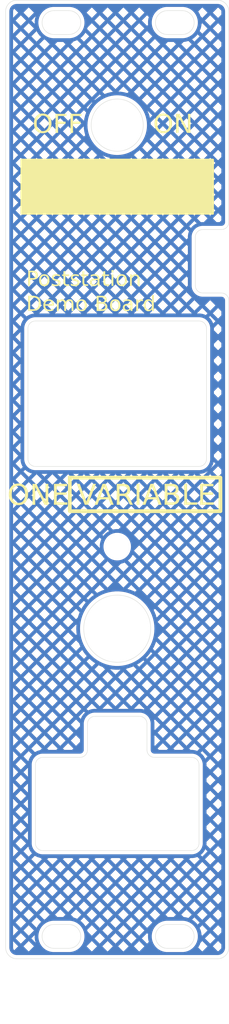
<source format=kicad_pcb>
(kicad_pcb (version 20240108) (generator "pcbnew") (generator_version "8.0")
  (layers (0 "F.Cu" signal) (31 "B.Cu" signal) (34 "B.Paste" user) (35 "F.Paste" user) (36 "B.SilkS" user "B.Silkscreen") (37 "F.SilkS" user "F.Silkscreen") (38 "B.Mask" user) (39 "F.Mask" user) (44 "Edge.Cuts" user))
  (net 0 "")
  (net 1 "GND")
  (footprint "MountingHole:MountingHole_3.2mm_M3" (layer "F.Cu") (at 151.75 109)
    (property "Reference" "H1" (hide yes))
    (property "Value" "MountingHole")
    (pad "" np_thru_hole circle (at 0 0) (size 3.2 3.2) (drill 3.2) (layers "*.Cu" "*.Mask"))
  )
  (gr_rect (start 145.375 99.75) (end 165.625 104.25) (stroke (width 0.5)) (fill none) (layer "F.SilkS"))
  (gr_arc (start 136.75 37.25) (mid 137.18934 36.18934) (end 138.25 35.75) (stroke (width 0.05)) (layer "Edge.Cuts"))
  (gr_arc (start 147.75 132.75) (mid 148.042893 132.042893) (end 148.75 131.75) (stroke (width 0.05)) (layer "Edge.Cuts"))
  (gr_arc (start 145.25 37.15) (mid 146.85 38.75) (end 145.25 40.35) (stroke (width 0.05)) (layer "Edge.Cuts"))
  (gr_arc (start 165.75 75) (mid 166.457107 75.292893) (end 166.75 76) (stroke (width 0.05)) (layer "Edge.Cuts"))
  (gr_line (start 166.75 37.25) (end 166.75 65.5) (stroke (width 0.05)) (layer "Edge.Cuts"))
  (gr_line (start 158.49 162.85) (end 160.49 162.85) (stroke (width 0.05)) (layer "Edge.Cuts"))
  (gr_circle (center 151.75 52.5) (end 155.25 52.5) (stroke (width 0.05)) (fill none) (layer "Edge.Cuts"))
  (gr_line (start 154.75 131.75) (end 148.75 131.75) (stroke (width 0.05)) (layer "Edge.Cuts"))
  (gr_arc (start 163.75 97.25) (mid 163.457107 97.957107) (end 162.75 98.25) (stroke (width 0.05)) (layer "Edge.Cuts"))
  (gr_line (start 138.25 164.25) (end 165.25 164.250001) (stroke (width 0.05)) (layer "Edge.Cuts"))
  (gr_arc (start 154.75 131.75) (mid 155.457107 132.042893) (end 155.75 132.75) (stroke (width 0.05)) (layer "Edge.Cuts"))
  (gr_arc (start 147.75 136.25) (mid 147.457107 136.957107) (end 146.75 137.25) (stroke (width 0.05)) (layer "Edge.Cuts"))
  (gr_line (start 165.75 66.5) (end 163.25 66.5) (stroke (width 0.05)) (layer "Edge.Cuts"))
  (gr_line (start 140.75 138.25) (end 140.75 148.75) (stroke (width 0.05)) (layer "Edge.Cuts"))
  (gr_arc (start 156.75 137.25) (mid 156.042893 136.957107) (end 155.75 136.25) (stroke (width 0.05)) (layer "Edge.Cuts"))
  (gr_line (start 143.25 40.35) (end 145.25 40.35) (stroke (width 0.05)) (layer "Edge.Cuts"))
  (gr_line (start 165.25 35.75) (end 138.25 35.75) (stroke (width 0.05)) (layer "Edge.Cuts"))
  (gr_arc (start 140.75 98.25) (mid 140.042893 97.957107) (end 139.75 97.25) (stroke (width 0.05)) (layer "Edge.Cuts"))
  (gr_line (start 161.75 137.25) (end 156.75 137.25) (stroke (width 0.05)) (layer "Edge.Cuts"))
  (gr_arc (start 139.75 79.75) (mid 140.042893 79.042893) (end 140.75 78.75) (stroke (width 0.05)) (layer "Edge.Cuts"))
  (gr_line (start 143.25 37.15) (end 145.25 37.15) (stroke (width 0.05)) (layer "Edge.Cuts"))
  (gr_line (start 147.75 132.75) (end 147.75 136.25) (stroke (width 0.05)) (layer "Edge.Cuts"))
  (gr_line (start 146.75 137.25) (end 141.75 137.25) (stroke (width 0.05)) (layer "Edge.Cuts"))
  (gr_line (start 163.75 79.75) (end 163.75 97.25) (stroke (width 0.05)) (layer "Edge.Cuts"))
  (gr_line (start 163.25 75) (end 165.75 75) (stroke (width 0.05)) (layer "Edge.Cuts"))
  (gr_line (start 141.75 149.75) (end 161.75 149.75) (stroke (width 0.05)) (layer "Edge.Cuts"))
  (gr_line (start 158.49 37.15) (end 160.49 37.15) (stroke (width 0.05)) (layer "Edge.Cuts"))
  (gr_arc (start 162.75 148.75) (mid 162.457107 149.457107) (end 161.75 149.75) (stroke (width 0.05)) (layer "Edge.Cuts"))
  (gr_arc (start 162.25 67.5) (mid 162.542893 66.792893) (end 163.25 66.5) (stroke (width 0.05)) (layer "Edge.Cuts"))
  (gr_arc (start 166.75 65.5) (mid 166.457107 66.207107) (end 165.75 66.5) (stroke (width 0.05)) (layer "Edge.Cuts"))
  (gr_arc (start 145.25 159.65) (mid 146.85 161.25) (end 145.25 162.85) (stroke (width 0.05)) (layer "Edge.Cuts"))
  (gr_arc (start 166.75 162.750001) (mid 166.31066 163.810661) (end 165.25 164.250001) (stroke (width 0.05)) (layer "Edge.Cuts"))
  (gr_arc (start 143.25 162.85) (mid 141.65 161.25) (end 143.25 159.65) (stroke (width 0.05)) (layer "Edge.Cuts"))
  (gr_arc (start 160.49 159.65) (mid 162.09 161.25) (end 160.49 162.85) (stroke (width 0.05)) (layer "Edge.Cuts"))
  (gr_line (start 139.75 97.25) (end 139.75 79.75) (stroke (width 0.05)) (layer "Edge.Cuts"))
  (gr_arc (start 138.25 164.25) (mid 137.18934 163.81066) (end 136.75 162.75) (stroke (width 0.05)) (layer "Edge.Cuts"))
  (gr_arc (start 160.49 37.15) (mid 162.09 38.75) (end 160.49 40.35) (stroke (width 0.05)) (layer "Edge.Cuts"))
  (gr_line (start 143.25 162.85) (end 145.25 162.85) (stroke (width 0.05)) (layer "Edge.Cuts"))
  (gr_arc (start 165.25 35.75) (mid 166.31066 36.18934) (end 166.75 37.25) (stroke (width 0.05)) (layer "Edge.Cuts"))
  (gr_arc (start 162.75 78.75) (mid 163.457107 79.042893) (end 163.75 79.75) (stroke (width 0.05)) (layer "Edge.Cuts"))
  (gr_arc (start 140.75 138.25) (mid 141.042893 137.542893) (end 141.75 137.25) (stroke (width 0.05)) (layer "Edge.Cuts"))
  (gr_circle (center 151.75 120) (end 156.25 120) (stroke (width 0.05)) (fill none) (layer "Edge.Cuts"))
  (gr_line (start 162.75 98.25) (end 140.75 98.25) (stroke (width 0.05)) (layer "Edge.Cuts"))
  (gr_arc (start 158.49 40.35) (mid 156.89 38.75) (end 158.49 37.15) (stroke (width 0.05)) (layer "Edge.Cuts"))
  (gr_arc (start 158.49 162.85) (mid 156.89 161.25) (end 158.49 159.65) (stroke (width 0.05)) (layer "Edge.Cuts"))
  (gr_line (start 155.75 136.25) (end 155.75 132.75) (stroke (width 0.05)) (layer "Edge.Cuts"))
  (gr_arc (start 163.25 75) (mid 162.542893 74.707107) (end 162.25 74) (stroke (width 0.05)) (layer "Edge.Cuts"))
  (gr_line (start 158.49 159.65) (end 160.49 159.65) (stroke (width 0.05)) (layer "Edge.Cuts"))
  (gr_line (start 162.75 148.75) (end 162.75 138.25) (stroke (width 0.05)) (layer "Edge.Cuts"))
  (gr_line (start 162.25 67.5) (end 162.25 74) (stroke (width 0.05)) (layer "Edge.Cuts"))
  (gr_line (start 143.25 159.65) (end 145.25 159.65) (stroke (width 0.05)) (layer "Edge.Cuts"))
  (gr_arc (start 143.25 40.35) (mid 141.65 38.75) (end 143.25 37.15) (stroke (width 0.05)) (layer "Edge.Cuts"))
  (gr_arc (start 141.75 149.75) (mid 141.042893 149.457107) (end 140.75 148.75) (stroke (width 0.05)) (layer "Edge.Cuts"))
  (gr_line (start 158.49 40.35) (end 160.49 40.35) (stroke (width 0.05)) (layer "Edge.Cuts"))
  (gr_line (start 140.75 78.75) (end 162.75 78.75) (stroke (width 0.05)) (layer "Edge.Cuts"))
  (gr_line (start 166.75 76) (end 166.75 162.750001) (stroke (width 0.05)) (layer "Edge.Cuts"))
  (gr_arc (start 161.75 137.25) (mid 162.457107 137.542893) (end 162.75 138.25) (stroke (width 0.05)) (layer "Edge.Cuts"))
  (gr_line (start 136.75 37.25) (end 136.75 162.75) (stroke (width 0.05)) (layer "Edge.Cuts"))
  (gr_text "Poststation\nDemo Board" (at 139.5 77.75 0) (layer "F.SilkS") (effects (font (size 2 2) (thickness 0.1)) (justify left bottom)))
  (gr_text "ON" (at 159.25 52.5 0) (layer "F.SilkS") (effects (font (size 2.5 2.5) (thickness 0.1))))
  (gr_text "VARIABLE" (at 155.625 102.25 0) (layer "F.SilkS") (effects (font (size 2.75 2.75) (thickness 0.1))))
  (gr_text "ONE" (at 141.125 102.25 0) (layer "F.SilkS") (effects (font (size 2.75 2.75) (thickness 0.1))))
  (gr_text "OFF" (at 143.75 52.5 0) (layer "F.SilkS") (effects (font (size 2.5 2.5) (thickness 0.1))))
  (zone (net 1) (net_name "GND") (layers "F&B.Cu") (connect_pads (clearance 0.5)) (min_thickness 0.25) (fill yes (mode hatch) (thermal_gap 0.5) (thermal_bridge_width 0.5) (hatch_thickness 0.5) (hatch_gap 1) (hatch_orientation 45) (hatch_border_algorithm hatch_thickness) (hatch_min_hole_area 0.3))
    (polygon (pts (xy 136.75 35.75) (xy 136.75 164.25) (xy 166.75 164.25) (xy 166.75 35.75)))
  )
  (zone (net 0) (net_name "") (layer "F.SilkS") (connect_pads (clearance 0.5)) (min_thickness 0.25) (fill yes (thermal_gap 0.5) (thermal_bridge_width 0.5))
    (polygon (pts (xy 164.75 64.5) (xy 138.75 64.5) (xy 138.75 57) (xy 164.75 57)))
  )
)
</source>
